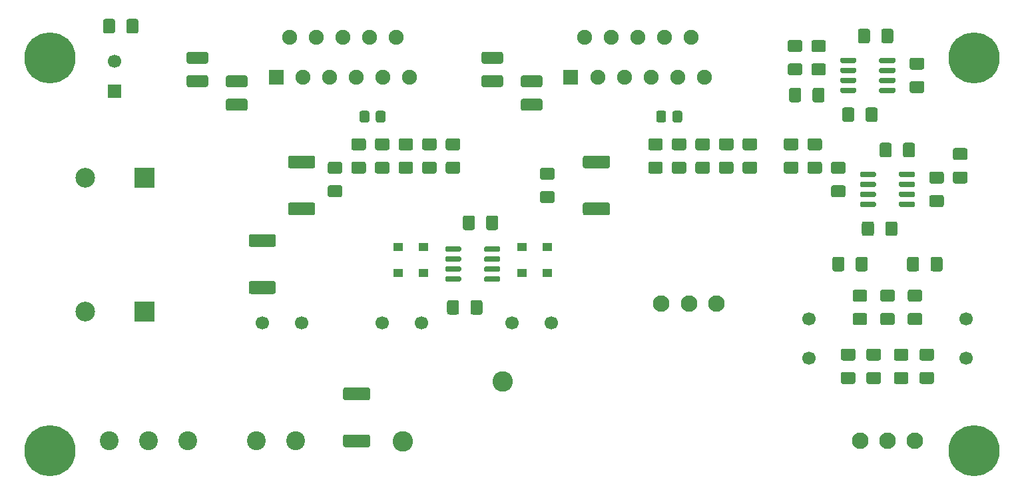
<source format=gbr>
%TF.GenerationSoftware,KiCad,Pcbnew,(5.1.6-0)*%
%TF.CreationDate,2023-07-03T12:35:29-07:00*%
%TF.ProjectId,LM3886x2_inv_bal_servo,4c4d3338-3836-4783-925f-696e765f6261,rev?*%
%TF.SameCoordinates,Original*%
%TF.FileFunction,Soldermask,Top*%
%TF.FilePolarity,Negative*%
%FSLAX46Y46*%
G04 Gerber Fmt 4.6, Leading zero omitted, Abs format (unit mm)*
G04 Created by KiCad (PCBNEW (5.1.6-0)) date 2023-07-03 12:35:29*
%MOMM*%
%LPD*%
G01*
G04 APERTURE LIST*
%ADD10C,0.900000*%
%ADD11C,6.500000*%
%ADD12O,1.900000X1.900000*%
%ADD13R,1.900000X1.900000*%
%ADD14C,2.600000*%
%ADD15C,2.100000*%
%ADD16C,2.400000*%
%ADD17R,1.300000X1.000000*%
%ADD18C,1.700000*%
%ADD19R,1.700000X1.700000*%
%ADD20C,2.500000*%
%ADD21R,2.500000X2.500000*%
G04 APERTURE END LIST*
D10*
%TO.C,H4*%
X180447056Y-54552944D03*
X178750000Y-53850000D03*
X177052944Y-54552944D03*
X176350000Y-56250000D03*
X177052944Y-57947056D03*
X178750000Y-58650000D03*
X180447056Y-57947056D03*
X181150000Y-56250000D03*
D11*
X178750000Y-56250000D03*
%TD*%
D10*
%TO.C,H3*%
X62947056Y-54552944D03*
X61250000Y-53850000D03*
X59552944Y-54552944D03*
X58850000Y-56250000D03*
X59552944Y-57947056D03*
X61250000Y-58650000D03*
X62947056Y-57947056D03*
X63650000Y-56250000D03*
D11*
X61250000Y-56250000D03*
%TD*%
D10*
%TO.C,H2*%
X180447056Y-104552944D03*
X178750000Y-103850000D03*
X177052944Y-104552944D03*
X176350000Y-106250000D03*
X177052944Y-107947056D03*
X178750000Y-108650000D03*
X180447056Y-107947056D03*
X181150000Y-106250000D03*
D11*
X178750000Y-106250000D03*
%TD*%
D10*
%TO.C,H1*%
X62947056Y-104552944D03*
X61250000Y-103850000D03*
X59552944Y-104552944D03*
X58850000Y-106250000D03*
X59552944Y-107947056D03*
X61250000Y-108650000D03*
X62947056Y-107947056D03*
X63650000Y-106250000D03*
D11*
X61250000Y-106250000D03*
%TD*%
%TO.C,R3*%
G36*
G01*
X173225000Y-83157456D02*
X173225000Y-81842544D01*
G75*
G02*
X173492544Y-81575000I267544J0D01*
G01*
X174482456Y-81575000D01*
G75*
G02*
X174750000Y-81842544I0J-267544D01*
G01*
X174750000Y-83157456D01*
G75*
G02*
X174482456Y-83425000I-267544J0D01*
G01*
X173492544Y-83425000D01*
G75*
G02*
X173225000Y-83157456I0J267544D01*
G01*
G37*
G36*
G01*
X170250000Y-83157456D02*
X170250000Y-81842544D01*
G75*
G02*
X170517544Y-81575000I267544J0D01*
G01*
X171507456Y-81575000D01*
G75*
G02*
X171775000Y-81842544I0J-267544D01*
G01*
X171775000Y-83157456D01*
G75*
G02*
X171507456Y-83425000I-267544J0D01*
G01*
X170517544Y-83425000D01*
G75*
G02*
X170250000Y-83157456I0J267544D01*
G01*
G37*
%TD*%
%TO.C,DNP4*%
G36*
G01*
X101157456Y-68025000D02*
X99842544Y-68025000D01*
G75*
G02*
X99575000Y-67757456I0J267544D01*
G01*
X99575000Y-66767544D01*
G75*
G02*
X99842544Y-66500000I267544J0D01*
G01*
X101157456Y-66500000D01*
G75*
G02*
X101425000Y-66767544I0J-267544D01*
G01*
X101425000Y-67757456D01*
G75*
G02*
X101157456Y-68025000I-267544J0D01*
G01*
G37*
G36*
G01*
X101157456Y-71000000D02*
X99842544Y-71000000D01*
G75*
G02*
X99575000Y-70732456I0J267544D01*
G01*
X99575000Y-69742544D01*
G75*
G02*
X99842544Y-69475000I267544J0D01*
G01*
X101157456Y-69475000D01*
G75*
G02*
X101425000Y-69742544I0J-267544D01*
G01*
X101425000Y-70732456D01*
G75*
G02*
X101157456Y-71000000I-267544J0D01*
G01*
G37*
%TD*%
%TO.C,DNP3*%
G36*
G01*
X138907456Y-68025000D02*
X137592544Y-68025000D01*
G75*
G02*
X137325000Y-67757456I0J267544D01*
G01*
X137325000Y-66767544D01*
G75*
G02*
X137592544Y-66500000I267544J0D01*
G01*
X138907456Y-66500000D01*
G75*
G02*
X139175000Y-66767544I0J-267544D01*
G01*
X139175000Y-67757456D01*
G75*
G02*
X138907456Y-68025000I-267544J0D01*
G01*
G37*
G36*
G01*
X138907456Y-71000000D02*
X137592544Y-71000000D01*
G75*
G02*
X137325000Y-70732456I0J267544D01*
G01*
X137325000Y-69742544D01*
G75*
G02*
X137592544Y-69475000I267544J0D01*
G01*
X138907456Y-69475000D01*
G75*
G02*
X139175000Y-69742544I0J-267544D01*
G01*
X139175000Y-70732456D01*
G75*
G02*
X138907456Y-71000000I-267544J0D01*
G01*
G37*
%TD*%
%TO.C,DNP2*%
G36*
G01*
X102675000Y-64228262D02*
X102675000Y-63271738D01*
G75*
G02*
X102946738Y-63000000I271738J0D01*
G01*
X103653262Y-63000000D01*
G75*
G02*
X103925000Y-63271738I0J-271738D01*
G01*
X103925000Y-64228262D01*
G75*
G02*
X103653262Y-64500000I-271738J0D01*
G01*
X102946738Y-64500000D01*
G75*
G02*
X102675000Y-64228262I0J271738D01*
G01*
G37*
G36*
G01*
X100625000Y-64228262D02*
X100625000Y-63271738D01*
G75*
G02*
X100896738Y-63000000I271738J0D01*
G01*
X101603262Y-63000000D01*
G75*
G02*
X101875000Y-63271738I0J-271738D01*
G01*
X101875000Y-64228262D01*
G75*
G02*
X101603262Y-64500000I-271738J0D01*
G01*
X100896738Y-64500000D01*
G75*
G02*
X100625000Y-64228262I0J271738D01*
G01*
G37*
%TD*%
%TO.C,DNP1*%
G36*
G01*
X140400000Y-64228262D02*
X140400000Y-63271738D01*
G75*
G02*
X140671738Y-63000000I271738J0D01*
G01*
X141378262Y-63000000D01*
G75*
G02*
X141650000Y-63271738I0J-271738D01*
G01*
X141650000Y-64228262D01*
G75*
G02*
X141378262Y-64500000I-271738J0D01*
G01*
X140671738Y-64500000D01*
G75*
G02*
X140400000Y-64228262I0J271738D01*
G01*
G37*
G36*
G01*
X138350000Y-64228262D02*
X138350000Y-63271738D01*
G75*
G02*
X138621738Y-63000000I271738J0D01*
G01*
X139328262Y-63000000D01*
G75*
G02*
X139600000Y-63271738I0J-271738D01*
G01*
X139600000Y-64228262D01*
G75*
G02*
X139328262Y-64500000I-271738J0D01*
G01*
X138621738Y-64500000D01*
G75*
G02*
X138350000Y-64228262I0J271738D01*
G01*
G37*
%TD*%
D12*
%TO.C,U5*%
X107000000Y-58750000D03*
X105300000Y-53670000D03*
X103600000Y-58750000D03*
X101900000Y-53670000D03*
X100200000Y-58750000D03*
X98500000Y-53670000D03*
X96800000Y-58750000D03*
X95100000Y-53670000D03*
X93400000Y-58750000D03*
X91700000Y-53670000D03*
D13*
X90000000Y-58750000D03*
%TD*%
D12*
%TO.C,U4*%
X144500000Y-58750000D03*
X142800000Y-53670000D03*
X141100000Y-58750000D03*
X139400000Y-53670000D03*
X137700000Y-58750000D03*
X136000000Y-53670000D03*
X134300000Y-58750000D03*
X132600000Y-53670000D03*
X130900000Y-58750000D03*
X129200000Y-53670000D03*
D13*
X127500000Y-58750000D03*
%TD*%
%TO.C,U3*%
G36*
G01*
X113550000Y-84230000D02*
X113550000Y-84580000D01*
G75*
G02*
X113375000Y-84755000I-175000J0D01*
G01*
X111675000Y-84755000D01*
G75*
G02*
X111500000Y-84580000I0J175000D01*
G01*
X111500000Y-84230000D01*
G75*
G02*
X111675000Y-84055000I175000J0D01*
G01*
X113375000Y-84055000D01*
G75*
G02*
X113550000Y-84230000I0J-175000D01*
G01*
G37*
G36*
G01*
X113550000Y-82960000D02*
X113550000Y-83310000D01*
G75*
G02*
X113375000Y-83485000I-175000J0D01*
G01*
X111675000Y-83485000D01*
G75*
G02*
X111500000Y-83310000I0J175000D01*
G01*
X111500000Y-82960000D01*
G75*
G02*
X111675000Y-82785000I175000J0D01*
G01*
X113375000Y-82785000D01*
G75*
G02*
X113550000Y-82960000I0J-175000D01*
G01*
G37*
G36*
G01*
X113550000Y-81690000D02*
X113550000Y-82040000D01*
G75*
G02*
X113375000Y-82215000I-175000J0D01*
G01*
X111675000Y-82215000D01*
G75*
G02*
X111500000Y-82040000I0J175000D01*
G01*
X111500000Y-81690000D01*
G75*
G02*
X111675000Y-81515000I175000J0D01*
G01*
X113375000Y-81515000D01*
G75*
G02*
X113550000Y-81690000I0J-175000D01*
G01*
G37*
G36*
G01*
X113550000Y-80420000D02*
X113550000Y-80770000D01*
G75*
G02*
X113375000Y-80945000I-175000J0D01*
G01*
X111675000Y-80945000D01*
G75*
G02*
X111500000Y-80770000I0J175000D01*
G01*
X111500000Y-80420000D01*
G75*
G02*
X111675000Y-80245000I175000J0D01*
G01*
X113375000Y-80245000D01*
G75*
G02*
X113550000Y-80420000I0J-175000D01*
G01*
G37*
G36*
G01*
X118500000Y-80420000D02*
X118500000Y-80770000D01*
G75*
G02*
X118325000Y-80945000I-175000J0D01*
G01*
X116625000Y-80945000D01*
G75*
G02*
X116450000Y-80770000I0J175000D01*
G01*
X116450000Y-80420000D01*
G75*
G02*
X116625000Y-80245000I175000J0D01*
G01*
X118325000Y-80245000D01*
G75*
G02*
X118500000Y-80420000I0J-175000D01*
G01*
G37*
G36*
G01*
X118500000Y-81690000D02*
X118500000Y-82040000D01*
G75*
G02*
X118325000Y-82215000I-175000J0D01*
G01*
X116625000Y-82215000D01*
G75*
G02*
X116450000Y-82040000I0J175000D01*
G01*
X116450000Y-81690000D01*
G75*
G02*
X116625000Y-81515000I175000J0D01*
G01*
X118325000Y-81515000D01*
G75*
G02*
X118500000Y-81690000I0J-175000D01*
G01*
G37*
G36*
G01*
X118500000Y-82960000D02*
X118500000Y-83310000D01*
G75*
G02*
X118325000Y-83485000I-175000J0D01*
G01*
X116625000Y-83485000D01*
G75*
G02*
X116450000Y-83310000I0J175000D01*
G01*
X116450000Y-82960000D01*
G75*
G02*
X116625000Y-82785000I175000J0D01*
G01*
X118325000Y-82785000D01*
G75*
G02*
X118500000Y-82960000I0J-175000D01*
G01*
G37*
G36*
G01*
X118500000Y-84230000D02*
X118500000Y-84580000D01*
G75*
G02*
X118325000Y-84755000I-175000J0D01*
G01*
X116625000Y-84755000D01*
G75*
G02*
X116450000Y-84580000I0J175000D01*
G01*
X116450000Y-84230000D01*
G75*
G02*
X116625000Y-84055000I175000J0D01*
G01*
X118325000Y-84055000D01*
G75*
G02*
X118500000Y-84230000I0J-175000D01*
G01*
G37*
%TD*%
%TO.C,U2*%
G36*
G01*
X166700000Y-56770000D02*
X166700000Y-56420000D01*
G75*
G02*
X166875000Y-56245000I175000J0D01*
G01*
X168575000Y-56245000D01*
G75*
G02*
X168750000Y-56420000I0J-175000D01*
G01*
X168750000Y-56770000D01*
G75*
G02*
X168575000Y-56945000I-175000J0D01*
G01*
X166875000Y-56945000D01*
G75*
G02*
X166700000Y-56770000I0J175000D01*
G01*
G37*
G36*
G01*
X166700000Y-58040000D02*
X166700000Y-57690000D01*
G75*
G02*
X166875000Y-57515000I175000J0D01*
G01*
X168575000Y-57515000D01*
G75*
G02*
X168750000Y-57690000I0J-175000D01*
G01*
X168750000Y-58040000D01*
G75*
G02*
X168575000Y-58215000I-175000J0D01*
G01*
X166875000Y-58215000D01*
G75*
G02*
X166700000Y-58040000I0J175000D01*
G01*
G37*
G36*
G01*
X166700000Y-59310000D02*
X166700000Y-58960000D01*
G75*
G02*
X166875000Y-58785000I175000J0D01*
G01*
X168575000Y-58785000D01*
G75*
G02*
X168750000Y-58960000I0J-175000D01*
G01*
X168750000Y-59310000D01*
G75*
G02*
X168575000Y-59485000I-175000J0D01*
G01*
X166875000Y-59485000D01*
G75*
G02*
X166700000Y-59310000I0J175000D01*
G01*
G37*
G36*
G01*
X166700000Y-60580000D02*
X166700000Y-60230000D01*
G75*
G02*
X166875000Y-60055000I175000J0D01*
G01*
X168575000Y-60055000D01*
G75*
G02*
X168750000Y-60230000I0J-175000D01*
G01*
X168750000Y-60580000D01*
G75*
G02*
X168575000Y-60755000I-175000J0D01*
G01*
X166875000Y-60755000D01*
G75*
G02*
X166700000Y-60580000I0J175000D01*
G01*
G37*
G36*
G01*
X161750000Y-60580000D02*
X161750000Y-60230000D01*
G75*
G02*
X161925000Y-60055000I175000J0D01*
G01*
X163625000Y-60055000D01*
G75*
G02*
X163800000Y-60230000I0J-175000D01*
G01*
X163800000Y-60580000D01*
G75*
G02*
X163625000Y-60755000I-175000J0D01*
G01*
X161925000Y-60755000D01*
G75*
G02*
X161750000Y-60580000I0J175000D01*
G01*
G37*
G36*
G01*
X161750000Y-59310000D02*
X161750000Y-58960000D01*
G75*
G02*
X161925000Y-58785000I175000J0D01*
G01*
X163625000Y-58785000D01*
G75*
G02*
X163800000Y-58960000I0J-175000D01*
G01*
X163800000Y-59310000D01*
G75*
G02*
X163625000Y-59485000I-175000J0D01*
G01*
X161925000Y-59485000D01*
G75*
G02*
X161750000Y-59310000I0J175000D01*
G01*
G37*
G36*
G01*
X161750000Y-58040000D02*
X161750000Y-57690000D01*
G75*
G02*
X161925000Y-57515000I175000J0D01*
G01*
X163625000Y-57515000D01*
G75*
G02*
X163800000Y-57690000I0J-175000D01*
G01*
X163800000Y-58040000D01*
G75*
G02*
X163625000Y-58215000I-175000J0D01*
G01*
X161925000Y-58215000D01*
G75*
G02*
X161750000Y-58040000I0J175000D01*
G01*
G37*
G36*
G01*
X161750000Y-56770000D02*
X161750000Y-56420000D01*
G75*
G02*
X161925000Y-56245000I175000J0D01*
G01*
X163625000Y-56245000D01*
G75*
G02*
X163800000Y-56420000I0J-175000D01*
G01*
X163800000Y-56770000D01*
G75*
G02*
X163625000Y-56945000I-175000J0D01*
G01*
X161925000Y-56945000D01*
G75*
G02*
X161750000Y-56770000I0J175000D01*
G01*
G37*
%TD*%
%TO.C,U1*%
G36*
G01*
X169200000Y-71270000D02*
X169200000Y-70920000D01*
G75*
G02*
X169375000Y-70745000I175000J0D01*
G01*
X171075000Y-70745000D01*
G75*
G02*
X171250000Y-70920000I0J-175000D01*
G01*
X171250000Y-71270000D01*
G75*
G02*
X171075000Y-71445000I-175000J0D01*
G01*
X169375000Y-71445000D01*
G75*
G02*
X169200000Y-71270000I0J175000D01*
G01*
G37*
G36*
G01*
X169200000Y-72540000D02*
X169200000Y-72190000D01*
G75*
G02*
X169375000Y-72015000I175000J0D01*
G01*
X171075000Y-72015000D01*
G75*
G02*
X171250000Y-72190000I0J-175000D01*
G01*
X171250000Y-72540000D01*
G75*
G02*
X171075000Y-72715000I-175000J0D01*
G01*
X169375000Y-72715000D01*
G75*
G02*
X169200000Y-72540000I0J175000D01*
G01*
G37*
G36*
G01*
X169200000Y-73810000D02*
X169200000Y-73460000D01*
G75*
G02*
X169375000Y-73285000I175000J0D01*
G01*
X171075000Y-73285000D01*
G75*
G02*
X171250000Y-73460000I0J-175000D01*
G01*
X171250000Y-73810000D01*
G75*
G02*
X171075000Y-73985000I-175000J0D01*
G01*
X169375000Y-73985000D01*
G75*
G02*
X169200000Y-73810000I0J175000D01*
G01*
G37*
G36*
G01*
X169200000Y-75080000D02*
X169200000Y-74730000D01*
G75*
G02*
X169375000Y-74555000I175000J0D01*
G01*
X171075000Y-74555000D01*
G75*
G02*
X171250000Y-74730000I0J-175000D01*
G01*
X171250000Y-75080000D01*
G75*
G02*
X171075000Y-75255000I-175000J0D01*
G01*
X169375000Y-75255000D01*
G75*
G02*
X169200000Y-75080000I0J175000D01*
G01*
G37*
G36*
G01*
X164250000Y-75080000D02*
X164250000Y-74730000D01*
G75*
G02*
X164425000Y-74555000I175000J0D01*
G01*
X166125000Y-74555000D01*
G75*
G02*
X166300000Y-74730000I0J-175000D01*
G01*
X166300000Y-75080000D01*
G75*
G02*
X166125000Y-75255000I-175000J0D01*
G01*
X164425000Y-75255000D01*
G75*
G02*
X164250000Y-75080000I0J175000D01*
G01*
G37*
G36*
G01*
X164250000Y-73810000D02*
X164250000Y-73460000D01*
G75*
G02*
X164425000Y-73285000I175000J0D01*
G01*
X166125000Y-73285000D01*
G75*
G02*
X166300000Y-73460000I0J-175000D01*
G01*
X166300000Y-73810000D01*
G75*
G02*
X166125000Y-73985000I-175000J0D01*
G01*
X164425000Y-73985000D01*
G75*
G02*
X164250000Y-73810000I0J175000D01*
G01*
G37*
G36*
G01*
X164250000Y-72540000D02*
X164250000Y-72190000D01*
G75*
G02*
X164425000Y-72015000I175000J0D01*
G01*
X166125000Y-72015000D01*
G75*
G02*
X166300000Y-72190000I0J-175000D01*
G01*
X166300000Y-72540000D01*
G75*
G02*
X166125000Y-72715000I-175000J0D01*
G01*
X164425000Y-72715000D01*
G75*
G02*
X164250000Y-72540000I0J175000D01*
G01*
G37*
G36*
G01*
X164250000Y-71270000D02*
X164250000Y-70920000D01*
G75*
G02*
X164425000Y-70745000I175000J0D01*
G01*
X166125000Y-70745000D01*
G75*
G02*
X166300000Y-70920000I0J-175000D01*
G01*
X166300000Y-71270000D01*
G75*
G02*
X166125000Y-71445000I-175000J0D01*
G01*
X164425000Y-71445000D01*
G75*
G02*
X164250000Y-71270000I0J175000D01*
G01*
G37*
%TD*%
%TO.C,R32*%
G36*
G01*
X101708608Y-99825000D02*
X98791392Y-99825000D01*
G75*
G02*
X98525000Y-99558608I0J266392D01*
G01*
X98525000Y-98466392D01*
G75*
G02*
X98791392Y-98200000I266392J0D01*
G01*
X101708608Y-98200000D01*
G75*
G02*
X101975000Y-98466392I0J-266392D01*
G01*
X101975000Y-99558608D01*
G75*
G02*
X101708608Y-99825000I-266392J0D01*
G01*
G37*
G36*
G01*
X101708608Y-105800000D02*
X98791392Y-105800000D01*
G75*
G02*
X98525000Y-105533608I0J266392D01*
G01*
X98525000Y-104441392D01*
G75*
G02*
X98791392Y-104175000I266392J0D01*
G01*
X101708608Y-104175000D01*
G75*
G02*
X101975000Y-104441392I0J-266392D01*
G01*
X101975000Y-105533608D01*
G75*
G02*
X101708608Y-105800000I-266392J0D01*
G01*
G37*
%TD*%
%TO.C,R31*%
G36*
G01*
X89708608Y-80325000D02*
X86791392Y-80325000D01*
G75*
G02*
X86525000Y-80058608I0J266392D01*
G01*
X86525000Y-78966392D01*
G75*
G02*
X86791392Y-78700000I266392J0D01*
G01*
X89708608Y-78700000D01*
G75*
G02*
X89975000Y-78966392I0J-266392D01*
G01*
X89975000Y-80058608D01*
G75*
G02*
X89708608Y-80325000I-266392J0D01*
G01*
G37*
G36*
G01*
X89708608Y-86300000D02*
X86791392Y-86300000D01*
G75*
G02*
X86525000Y-86033608I0J266392D01*
G01*
X86525000Y-84941392D01*
G75*
G02*
X86791392Y-84675000I266392J0D01*
G01*
X89708608Y-84675000D01*
G75*
G02*
X89975000Y-84941392I0J-266392D01*
G01*
X89975000Y-86033608D01*
G75*
G02*
X89708608Y-86300000I-266392J0D01*
G01*
G37*
%TD*%
%TO.C,R30*%
G36*
G01*
X94708608Y-70325000D02*
X91791392Y-70325000D01*
G75*
G02*
X91525000Y-70058608I0J266392D01*
G01*
X91525000Y-68966392D01*
G75*
G02*
X91791392Y-68700000I266392J0D01*
G01*
X94708608Y-68700000D01*
G75*
G02*
X94975000Y-68966392I0J-266392D01*
G01*
X94975000Y-70058608D01*
G75*
G02*
X94708608Y-70325000I-266392J0D01*
G01*
G37*
G36*
G01*
X94708608Y-76300000D02*
X91791392Y-76300000D01*
G75*
G02*
X91525000Y-76033608I0J266392D01*
G01*
X91525000Y-74941392D01*
G75*
G02*
X91791392Y-74675000I266392J0D01*
G01*
X94708608Y-74675000D01*
G75*
G02*
X94975000Y-74941392I0J-266392D01*
G01*
X94975000Y-76033608D01*
G75*
G02*
X94708608Y-76300000I-266392J0D01*
G01*
G37*
%TD*%
%TO.C,R29*%
G36*
G01*
X132208608Y-70325000D02*
X129291392Y-70325000D01*
G75*
G02*
X129025000Y-70058608I0J266392D01*
G01*
X129025000Y-68966392D01*
G75*
G02*
X129291392Y-68700000I266392J0D01*
G01*
X132208608Y-68700000D01*
G75*
G02*
X132475000Y-68966392I0J-266392D01*
G01*
X132475000Y-70058608D01*
G75*
G02*
X132208608Y-70325000I-266392J0D01*
G01*
G37*
G36*
G01*
X132208608Y-76300000D02*
X129291392Y-76300000D01*
G75*
G02*
X129025000Y-76033608I0J266392D01*
G01*
X129025000Y-74941392D01*
G75*
G02*
X129291392Y-74675000I266392J0D01*
G01*
X132208608Y-74675000D01*
G75*
G02*
X132475000Y-74941392I0J-266392D01*
G01*
X132475000Y-76033608D01*
G75*
G02*
X132208608Y-76300000I-266392J0D01*
G01*
G37*
%TD*%
%TO.C,R28*%
G36*
G01*
X98157456Y-71025000D02*
X96842544Y-71025000D01*
G75*
G02*
X96575000Y-70757456I0J267544D01*
G01*
X96575000Y-69767544D01*
G75*
G02*
X96842544Y-69500000I267544J0D01*
G01*
X98157456Y-69500000D01*
G75*
G02*
X98425000Y-69767544I0J-267544D01*
G01*
X98425000Y-70757456D01*
G75*
G02*
X98157456Y-71025000I-267544J0D01*
G01*
G37*
G36*
G01*
X98157456Y-74000000D02*
X96842544Y-74000000D01*
G75*
G02*
X96575000Y-73732456I0J267544D01*
G01*
X96575000Y-72742544D01*
G75*
G02*
X96842544Y-72475000I267544J0D01*
G01*
X98157456Y-72475000D01*
G75*
G02*
X98425000Y-72742544I0J-267544D01*
G01*
X98425000Y-73732456D01*
G75*
G02*
X98157456Y-74000000I-267544J0D01*
G01*
G37*
%TD*%
%TO.C,R27*%
G36*
G01*
X125157456Y-71775000D02*
X123842544Y-71775000D01*
G75*
G02*
X123575000Y-71507456I0J267544D01*
G01*
X123575000Y-70517544D01*
G75*
G02*
X123842544Y-70250000I267544J0D01*
G01*
X125157456Y-70250000D01*
G75*
G02*
X125425000Y-70517544I0J-267544D01*
G01*
X125425000Y-71507456D01*
G75*
G02*
X125157456Y-71775000I-267544J0D01*
G01*
G37*
G36*
G01*
X125157456Y-74750000D02*
X123842544Y-74750000D01*
G75*
G02*
X123575000Y-74482456I0J267544D01*
G01*
X123575000Y-73492544D01*
G75*
G02*
X123842544Y-73225000I267544J0D01*
G01*
X125157456Y-73225000D01*
G75*
G02*
X125425000Y-73492544I0J-267544D01*
G01*
X125425000Y-74482456D01*
G75*
G02*
X125157456Y-74750000I-267544J0D01*
G01*
G37*
%TD*%
%TO.C,R26*%
G36*
G01*
X104157456Y-68025000D02*
X102842544Y-68025000D01*
G75*
G02*
X102575000Y-67757456I0J267544D01*
G01*
X102575000Y-66767544D01*
G75*
G02*
X102842544Y-66500000I267544J0D01*
G01*
X104157456Y-66500000D01*
G75*
G02*
X104425000Y-66767544I0J-267544D01*
G01*
X104425000Y-67757456D01*
G75*
G02*
X104157456Y-68025000I-267544J0D01*
G01*
G37*
G36*
G01*
X104157456Y-71000000D02*
X102842544Y-71000000D01*
G75*
G02*
X102575000Y-70732456I0J267544D01*
G01*
X102575000Y-69742544D01*
G75*
G02*
X102842544Y-69475000I267544J0D01*
G01*
X104157456Y-69475000D01*
G75*
G02*
X104425000Y-69742544I0J-267544D01*
G01*
X104425000Y-70732456D01*
G75*
G02*
X104157456Y-71000000I-267544J0D01*
G01*
G37*
%TD*%
%TO.C,R25*%
G36*
G01*
X141907456Y-68025000D02*
X140592544Y-68025000D01*
G75*
G02*
X140325000Y-67757456I0J267544D01*
G01*
X140325000Y-66767544D01*
G75*
G02*
X140592544Y-66500000I267544J0D01*
G01*
X141907456Y-66500000D01*
G75*
G02*
X142175000Y-66767544I0J-267544D01*
G01*
X142175000Y-67757456D01*
G75*
G02*
X141907456Y-68025000I-267544J0D01*
G01*
G37*
G36*
G01*
X141907456Y-71000000D02*
X140592544Y-71000000D01*
G75*
G02*
X140325000Y-70732456I0J267544D01*
G01*
X140325000Y-69742544D01*
G75*
G02*
X140592544Y-69475000I267544J0D01*
G01*
X141907456Y-69475000D01*
G75*
G02*
X142175000Y-69742544I0J-267544D01*
G01*
X142175000Y-70732456D01*
G75*
G02*
X141907456Y-71000000I-267544J0D01*
G01*
G37*
%TD*%
%TO.C,R24*%
G36*
G01*
X69525000Y-51592544D02*
X69525000Y-52907456D01*
G75*
G02*
X69257456Y-53175000I-267544J0D01*
G01*
X68267544Y-53175000D01*
G75*
G02*
X68000000Y-52907456I0J267544D01*
G01*
X68000000Y-51592544D01*
G75*
G02*
X68267544Y-51325000I267544J0D01*
G01*
X69257456Y-51325000D01*
G75*
G02*
X69525000Y-51592544I0J-267544D01*
G01*
G37*
G36*
G01*
X72500000Y-51592544D02*
X72500000Y-52907456D01*
G75*
G02*
X72232456Y-53175000I-267544J0D01*
G01*
X71242544Y-53175000D01*
G75*
G02*
X70975000Y-52907456I0J267544D01*
G01*
X70975000Y-51592544D01*
G75*
G02*
X71242544Y-51325000I267544J0D01*
G01*
X72232456Y-51325000D01*
G75*
G02*
X72500000Y-51592544I0J-267544D01*
G01*
G37*
%TD*%
%TO.C,R23*%
G36*
G01*
X110157456Y-68025000D02*
X108842544Y-68025000D01*
G75*
G02*
X108575000Y-67757456I0J267544D01*
G01*
X108575000Y-66767544D01*
G75*
G02*
X108842544Y-66500000I267544J0D01*
G01*
X110157456Y-66500000D01*
G75*
G02*
X110425000Y-66767544I0J-267544D01*
G01*
X110425000Y-67757456D01*
G75*
G02*
X110157456Y-68025000I-267544J0D01*
G01*
G37*
G36*
G01*
X110157456Y-71000000D02*
X108842544Y-71000000D01*
G75*
G02*
X108575000Y-70732456I0J267544D01*
G01*
X108575000Y-69742544D01*
G75*
G02*
X108842544Y-69475000I267544J0D01*
G01*
X110157456Y-69475000D01*
G75*
G02*
X110425000Y-69742544I0J-267544D01*
G01*
X110425000Y-70732456D01*
G75*
G02*
X110157456Y-71000000I-267544J0D01*
G01*
G37*
%TD*%
%TO.C,R22*%
G36*
G01*
X147907456Y-68025000D02*
X146592544Y-68025000D01*
G75*
G02*
X146325000Y-67757456I0J267544D01*
G01*
X146325000Y-66767544D01*
G75*
G02*
X146592544Y-66500000I267544J0D01*
G01*
X147907456Y-66500000D01*
G75*
G02*
X148175000Y-66767544I0J-267544D01*
G01*
X148175000Y-67757456D01*
G75*
G02*
X147907456Y-68025000I-267544J0D01*
G01*
G37*
G36*
G01*
X147907456Y-71000000D02*
X146592544Y-71000000D01*
G75*
G02*
X146325000Y-70732456I0J267544D01*
G01*
X146325000Y-69742544D01*
G75*
G02*
X146592544Y-69475000I267544J0D01*
G01*
X147907456Y-69475000D01*
G75*
G02*
X148175000Y-69742544I0J-267544D01*
G01*
X148175000Y-70732456D01*
G75*
G02*
X147907456Y-71000000I-267544J0D01*
G01*
G37*
%TD*%
%TO.C,R21*%
G36*
G01*
X105842544Y-69475000D02*
X107157456Y-69475000D01*
G75*
G02*
X107425000Y-69742544I0J-267544D01*
G01*
X107425000Y-70732456D01*
G75*
G02*
X107157456Y-71000000I-267544J0D01*
G01*
X105842544Y-71000000D01*
G75*
G02*
X105575000Y-70732456I0J267544D01*
G01*
X105575000Y-69742544D01*
G75*
G02*
X105842544Y-69475000I267544J0D01*
G01*
G37*
G36*
G01*
X105842544Y-66500000D02*
X107157456Y-66500000D01*
G75*
G02*
X107425000Y-66767544I0J-267544D01*
G01*
X107425000Y-67757456D01*
G75*
G02*
X107157456Y-68025000I-267544J0D01*
G01*
X105842544Y-68025000D01*
G75*
G02*
X105575000Y-67757456I0J267544D01*
G01*
X105575000Y-66767544D01*
G75*
G02*
X105842544Y-66500000I267544J0D01*
G01*
G37*
%TD*%
%TO.C,R20*%
G36*
G01*
X143592544Y-69475000D02*
X144907456Y-69475000D01*
G75*
G02*
X145175000Y-69742544I0J-267544D01*
G01*
X145175000Y-70732456D01*
G75*
G02*
X144907456Y-71000000I-267544J0D01*
G01*
X143592544Y-71000000D01*
G75*
G02*
X143325000Y-70732456I0J267544D01*
G01*
X143325000Y-69742544D01*
G75*
G02*
X143592544Y-69475000I267544J0D01*
G01*
G37*
G36*
G01*
X143592544Y-66500000D02*
X144907456Y-66500000D01*
G75*
G02*
X145175000Y-66767544I0J-267544D01*
G01*
X145175000Y-67757456D01*
G75*
G02*
X144907456Y-68025000I-267544J0D01*
G01*
X143592544Y-68025000D01*
G75*
G02*
X143325000Y-67757456I0J267544D01*
G01*
X143325000Y-66767544D01*
G75*
G02*
X143592544Y-66500000I267544J0D01*
G01*
G37*
%TD*%
%TO.C,R19*%
G36*
G01*
X111842544Y-69475000D02*
X113157456Y-69475000D01*
G75*
G02*
X113425000Y-69742544I0J-267544D01*
G01*
X113425000Y-70732456D01*
G75*
G02*
X113157456Y-71000000I-267544J0D01*
G01*
X111842544Y-71000000D01*
G75*
G02*
X111575000Y-70732456I0J267544D01*
G01*
X111575000Y-69742544D01*
G75*
G02*
X111842544Y-69475000I267544J0D01*
G01*
G37*
G36*
G01*
X111842544Y-66500000D02*
X113157456Y-66500000D01*
G75*
G02*
X113425000Y-66767544I0J-267544D01*
G01*
X113425000Y-67757456D01*
G75*
G02*
X113157456Y-68025000I-267544J0D01*
G01*
X111842544Y-68025000D01*
G75*
G02*
X111575000Y-67757456I0J267544D01*
G01*
X111575000Y-66767544D01*
G75*
G02*
X111842544Y-66500000I267544J0D01*
G01*
G37*
%TD*%
%TO.C,R18*%
G36*
G01*
X149592544Y-69475000D02*
X150907456Y-69475000D01*
G75*
G02*
X151175000Y-69742544I0J-267544D01*
G01*
X151175000Y-70732456D01*
G75*
G02*
X150907456Y-71000000I-267544J0D01*
G01*
X149592544Y-71000000D01*
G75*
G02*
X149325000Y-70732456I0J267544D01*
G01*
X149325000Y-69742544D01*
G75*
G02*
X149592544Y-69475000I267544J0D01*
G01*
G37*
G36*
G01*
X149592544Y-66500000D02*
X150907456Y-66500000D01*
G75*
G02*
X151175000Y-66767544I0J-267544D01*
G01*
X151175000Y-67757456D01*
G75*
G02*
X150907456Y-68025000I-267544J0D01*
G01*
X149592544Y-68025000D01*
G75*
G02*
X149325000Y-67757456I0J267544D01*
G01*
X149325000Y-66767544D01*
G75*
G02*
X149592544Y-66500000I267544J0D01*
G01*
G37*
%TD*%
%TO.C,R17*%
G36*
G01*
X155342544Y-56975000D02*
X156657456Y-56975000D01*
G75*
G02*
X156925000Y-57242544I0J-267544D01*
G01*
X156925000Y-58232456D01*
G75*
G02*
X156657456Y-58500000I-267544J0D01*
G01*
X155342544Y-58500000D01*
G75*
G02*
X155075000Y-58232456I0J267544D01*
G01*
X155075000Y-57242544D01*
G75*
G02*
X155342544Y-56975000I267544J0D01*
G01*
G37*
G36*
G01*
X155342544Y-54000000D02*
X156657456Y-54000000D01*
G75*
G02*
X156925000Y-54267544I0J-267544D01*
G01*
X156925000Y-55257456D01*
G75*
G02*
X156657456Y-55525000I-267544J0D01*
G01*
X155342544Y-55525000D01*
G75*
G02*
X155075000Y-55257456I0J267544D01*
G01*
X155075000Y-54267544D01*
G75*
G02*
X155342544Y-54000000I267544J0D01*
G01*
G37*
%TD*%
%TO.C,R16*%
G36*
G01*
X156775000Y-60342544D02*
X156775000Y-61657456D01*
G75*
G02*
X156507456Y-61925000I-267544J0D01*
G01*
X155517544Y-61925000D01*
G75*
G02*
X155250000Y-61657456I0J267544D01*
G01*
X155250000Y-60342544D01*
G75*
G02*
X155517544Y-60075000I267544J0D01*
G01*
X156507456Y-60075000D01*
G75*
G02*
X156775000Y-60342544I0J-267544D01*
G01*
G37*
G36*
G01*
X159750000Y-60342544D02*
X159750000Y-61657456D01*
G75*
G02*
X159482456Y-61925000I-267544J0D01*
G01*
X158492544Y-61925000D01*
G75*
G02*
X158225000Y-61657456I0J267544D01*
G01*
X158225000Y-60342544D01*
G75*
G02*
X158492544Y-60075000I267544J0D01*
G01*
X159482456Y-60075000D01*
G75*
G02*
X159750000Y-60342544I0J-267544D01*
G01*
G37*
%TD*%
%TO.C,R15*%
G36*
G01*
X159657456Y-55525000D02*
X158342544Y-55525000D01*
G75*
G02*
X158075000Y-55257456I0J267544D01*
G01*
X158075000Y-54267544D01*
G75*
G02*
X158342544Y-54000000I267544J0D01*
G01*
X159657456Y-54000000D01*
G75*
G02*
X159925000Y-54267544I0J-267544D01*
G01*
X159925000Y-55257456D01*
G75*
G02*
X159657456Y-55525000I-267544J0D01*
G01*
G37*
G36*
G01*
X159657456Y-58500000D02*
X158342544Y-58500000D01*
G75*
G02*
X158075000Y-58232456I0J267544D01*
G01*
X158075000Y-57242544D01*
G75*
G02*
X158342544Y-56975000I267544J0D01*
G01*
X159657456Y-56975000D01*
G75*
G02*
X159925000Y-57242544I0J-267544D01*
G01*
X159925000Y-58232456D01*
G75*
G02*
X159657456Y-58500000I-267544J0D01*
G01*
G37*
%TD*%
%TO.C,R14*%
G36*
G01*
X170842544Y-59225000D02*
X172157456Y-59225000D01*
G75*
G02*
X172425000Y-59492544I0J-267544D01*
G01*
X172425000Y-60482456D01*
G75*
G02*
X172157456Y-60750000I-267544J0D01*
G01*
X170842544Y-60750000D01*
G75*
G02*
X170575000Y-60482456I0J267544D01*
G01*
X170575000Y-59492544D01*
G75*
G02*
X170842544Y-59225000I267544J0D01*
G01*
G37*
G36*
G01*
X170842544Y-56250000D02*
X172157456Y-56250000D01*
G75*
G02*
X172425000Y-56517544I0J-267544D01*
G01*
X172425000Y-57507456D01*
G75*
G02*
X172157456Y-57775000I-267544J0D01*
G01*
X170842544Y-57775000D01*
G75*
G02*
X170575000Y-57507456I0J267544D01*
G01*
X170575000Y-56517544D01*
G75*
G02*
X170842544Y-56250000I267544J0D01*
G01*
G37*
%TD*%
%TO.C,R13*%
G36*
G01*
X156157456Y-68025000D02*
X154842544Y-68025000D01*
G75*
G02*
X154575000Y-67757456I0J267544D01*
G01*
X154575000Y-66767544D01*
G75*
G02*
X154842544Y-66500000I267544J0D01*
G01*
X156157456Y-66500000D01*
G75*
G02*
X156425000Y-66767544I0J-267544D01*
G01*
X156425000Y-67757456D01*
G75*
G02*
X156157456Y-68025000I-267544J0D01*
G01*
G37*
G36*
G01*
X156157456Y-71000000D02*
X154842544Y-71000000D01*
G75*
G02*
X154575000Y-70732456I0J267544D01*
G01*
X154575000Y-69742544D01*
G75*
G02*
X154842544Y-69475000I267544J0D01*
G01*
X156157456Y-69475000D01*
G75*
G02*
X156425000Y-69742544I0J-267544D01*
G01*
X156425000Y-70732456D01*
G75*
G02*
X156157456Y-71000000I-267544J0D01*
G01*
G37*
%TD*%
%TO.C,R12*%
G36*
G01*
X176342544Y-70725000D02*
X177657456Y-70725000D01*
G75*
G02*
X177925000Y-70992544I0J-267544D01*
G01*
X177925000Y-71982456D01*
G75*
G02*
X177657456Y-72250000I-267544J0D01*
G01*
X176342544Y-72250000D01*
G75*
G02*
X176075000Y-71982456I0J267544D01*
G01*
X176075000Y-70992544D01*
G75*
G02*
X176342544Y-70725000I267544J0D01*
G01*
G37*
G36*
G01*
X176342544Y-67750000D02*
X177657456Y-67750000D01*
G75*
G02*
X177925000Y-68017544I0J-267544D01*
G01*
X177925000Y-69007456D01*
G75*
G02*
X177657456Y-69275000I-267544J0D01*
G01*
X176342544Y-69275000D01*
G75*
G02*
X176075000Y-69007456I0J267544D01*
G01*
X176075000Y-68017544D01*
G75*
G02*
X176342544Y-67750000I267544J0D01*
G01*
G37*
%TD*%
%TO.C,R11*%
G36*
G01*
X157842544Y-69475000D02*
X159157456Y-69475000D01*
G75*
G02*
X159425000Y-69742544I0J-267544D01*
G01*
X159425000Y-70732456D01*
G75*
G02*
X159157456Y-71000000I-267544J0D01*
G01*
X157842544Y-71000000D01*
G75*
G02*
X157575000Y-70732456I0J267544D01*
G01*
X157575000Y-69742544D01*
G75*
G02*
X157842544Y-69475000I267544J0D01*
G01*
G37*
G36*
G01*
X157842544Y-66500000D02*
X159157456Y-66500000D01*
G75*
G02*
X159425000Y-66767544I0J-267544D01*
G01*
X159425000Y-67757456D01*
G75*
G02*
X159157456Y-68025000I-267544J0D01*
G01*
X157842544Y-68025000D01*
G75*
G02*
X157575000Y-67757456I0J267544D01*
G01*
X157575000Y-66767544D01*
G75*
G02*
X157842544Y-66500000I267544J0D01*
G01*
G37*
%TD*%
%TO.C,R10*%
G36*
G01*
X173342544Y-73725000D02*
X174657456Y-73725000D01*
G75*
G02*
X174925000Y-73992544I0J-267544D01*
G01*
X174925000Y-74982456D01*
G75*
G02*
X174657456Y-75250000I-267544J0D01*
G01*
X173342544Y-75250000D01*
G75*
G02*
X173075000Y-74982456I0J267544D01*
G01*
X173075000Y-73992544D01*
G75*
G02*
X173342544Y-73725000I267544J0D01*
G01*
G37*
G36*
G01*
X173342544Y-70750000D02*
X174657456Y-70750000D01*
G75*
G02*
X174925000Y-71017544I0J-267544D01*
G01*
X174925000Y-72007456D01*
G75*
G02*
X174657456Y-72275000I-267544J0D01*
G01*
X173342544Y-72275000D01*
G75*
G02*
X173075000Y-72007456I0J267544D01*
G01*
X173075000Y-71017544D01*
G75*
G02*
X173342544Y-70750000I267544J0D01*
G01*
G37*
%TD*%
%TO.C,R9*%
G36*
G01*
X160842544Y-72475000D02*
X162157456Y-72475000D01*
G75*
G02*
X162425000Y-72742544I0J-267544D01*
G01*
X162425000Y-73732456D01*
G75*
G02*
X162157456Y-74000000I-267544J0D01*
G01*
X160842544Y-74000000D01*
G75*
G02*
X160575000Y-73732456I0J267544D01*
G01*
X160575000Y-72742544D01*
G75*
G02*
X160842544Y-72475000I267544J0D01*
G01*
G37*
G36*
G01*
X160842544Y-69500000D02*
X162157456Y-69500000D01*
G75*
G02*
X162425000Y-69767544I0J-267544D01*
G01*
X162425000Y-70757456D01*
G75*
G02*
X162157456Y-71025000I-267544J0D01*
G01*
X160842544Y-71025000D01*
G75*
G02*
X160575000Y-70757456I0J267544D01*
G01*
X160575000Y-69767544D01*
G75*
G02*
X160842544Y-69500000I267544J0D01*
G01*
G37*
%TD*%
%TO.C,R8*%
G36*
G01*
X163725000Y-83157456D02*
X163725000Y-81842544D01*
G75*
G02*
X163992544Y-81575000I267544J0D01*
G01*
X164982456Y-81575000D01*
G75*
G02*
X165250000Y-81842544I0J-267544D01*
G01*
X165250000Y-83157456D01*
G75*
G02*
X164982456Y-83425000I-267544J0D01*
G01*
X163992544Y-83425000D01*
G75*
G02*
X163725000Y-83157456I0J267544D01*
G01*
G37*
G36*
G01*
X160750000Y-83157456D02*
X160750000Y-81842544D01*
G75*
G02*
X161017544Y-81575000I267544J0D01*
G01*
X162007456Y-81575000D01*
G75*
G02*
X162275000Y-81842544I0J-267544D01*
G01*
X162275000Y-83157456D01*
G75*
G02*
X162007456Y-83425000I-267544J0D01*
G01*
X161017544Y-83425000D01*
G75*
G02*
X160750000Y-83157456I0J267544D01*
G01*
G37*
%TD*%
%TO.C,R7*%
G36*
G01*
X170592544Y-88725000D02*
X171907456Y-88725000D01*
G75*
G02*
X172175000Y-88992544I0J-267544D01*
G01*
X172175000Y-89982456D01*
G75*
G02*
X171907456Y-90250000I-267544J0D01*
G01*
X170592544Y-90250000D01*
G75*
G02*
X170325000Y-89982456I0J267544D01*
G01*
X170325000Y-88992544D01*
G75*
G02*
X170592544Y-88725000I267544J0D01*
G01*
G37*
G36*
G01*
X170592544Y-85750000D02*
X171907456Y-85750000D01*
G75*
G02*
X172175000Y-86017544I0J-267544D01*
G01*
X172175000Y-87007456D01*
G75*
G02*
X171907456Y-87275000I-267544J0D01*
G01*
X170592544Y-87275000D01*
G75*
G02*
X170325000Y-87007456I0J267544D01*
G01*
X170325000Y-86017544D01*
G75*
G02*
X170592544Y-85750000I267544J0D01*
G01*
G37*
%TD*%
%TO.C,R6*%
G36*
G01*
X164907456Y-87275000D02*
X163592544Y-87275000D01*
G75*
G02*
X163325000Y-87007456I0J267544D01*
G01*
X163325000Y-86017544D01*
G75*
G02*
X163592544Y-85750000I267544J0D01*
G01*
X164907456Y-85750000D01*
G75*
G02*
X165175000Y-86017544I0J-267544D01*
G01*
X165175000Y-87007456D01*
G75*
G02*
X164907456Y-87275000I-267544J0D01*
G01*
G37*
G36*
G01*
X164907456Y-90250000D02*
X163592544Y-90250000D01*
G75*
G02*
X163325000Y-89982456I0J267544D01*
G01*
X163325000Y-88992544D01*
G75*
G02*
X163592544Y-88725000I267544J0D01*
G01*
X164907456Y-88725000D01*
G75*
G02*
X165175000Y-88992544I0J-267544D01*
G01*
X165175000Y-89982456D01*
G75*
G02*
X164907456Y-90250000I-267544J0D01*
G01*
G37*
%TD*%
%TO.C,R5*%
G36*
G01*
X167092544Y-88725000D02*
X168407456Y-88725000D01*
G75*
G02*
X168675000Y-88992544I0J-267544D01*
G01*
X168675000Y-89982456D01*
G75*
G02*
X168407456Y-90250000I-267544J0D01*
G01*
X167092544Y-90250000D01*
G75*
G02*
X166825000Y-89982456I0J267544D01*
G01*
X166825000Y-88992544D01*
G75*
G02*
X167092544Y-88725000I267544J0D01*
G01*
G37*
G36*
G01*
X167092544Y-85750000D02*
X168407456Y-85750000D01*
G75*
G02*
X168675000Y-86017544I0J-267544D01*
G01*
X168675000Y-87007456D01*
G75*
G02*
X168407456Y-87275000I-267544J0D01*
G01*
X167092544Y-87275000D01*
G75*
G02*
X166825000Y-87007456I0J267544D01*
G01*
X166825000Y-86017544D01*
G75*
G02*
X167092544Y-85750000I267544J0D01*
G01*
G37*
%TD*%
%TO.C,R2*%
G36*
G01*
X172092544Y-96225000D02*
X173407456Y-96225000D01*
G75*
G02*
X173675000Y-96492544I0J-267544D01*
G01*
X173675000Y-97482456D01*
G75*
G02*
X173407456Y-97750000I-267544J0D01*
G01*
X172092544Y-97750000D01*
G75*
G02*
X171825000Y-97482456I0J267544D01*
G01*
X171825000Y-96492544D01*
G75*
G02*
X172092544Y-96225000I267544J0D01*
G01*
G37*
G36*
G01*
X172092544Y-93250000D02*
X173407456Y-93250000D01*
G75*
G02*
X173675000Y-93517544I0J-267544D01*
G01*
X173675000Y-94507456D01*
G75*
G02*
X173407456Y-94775000I-267544J0D01*
G01*
X172092544Y-94775000D01*
G75*
G02*
X171825000Y-94507456I0J267544D01*
G01*
X171825000Y-93517544D01*
G75*
G02*
X172092544Y-93250000I267544J0D01*
G01*
G37*
%TD*%
%TO.C,R1*%
G36*
G01*
X162092544Y-96225000D02*
X163407456Y-96225000D01*
G75*
G02*
X163675000Y-96492544I0J-267544D01*
G01*
X163675000Y-97482456D01*
G75*
G02*
X163407456Y-97750000I-267544J0D01*
G01*
X162092544Y-97750000D01*
G75*
G02*
X161825000Y-97482456I0J267544D01*
G01*
X161825000Y-96492544D01*
G75*
G02*
X162092544Y-96225000I267544J0D01*
G01*
G37*
G36*
G01*
X162092544Y-93250000D02*
X163407456Y-93250000D01*
G75*
G02*
X163675000Y-93517544I0J-267544D01*
G01*
X163675000Y-94507456D01*
G75*
G02*
X163407456Y-94775000I-267544J0D01*
G01*
X162092544Y-94775000D01*
G75*
G02*
X161825000Y-94507456I0J267544D01*
G01*
X161825000Y-93517544D01*
G75*
G02*
X162092544Y-93250000I267544J0D01*
G01*
G37*
%TD*%
D14*
%TO.C,L1*%
X106150000Y-105060000D03*
X118850000Y-97440000D03*
%TD*%
D15*
%TO.C,J4*%
X146000000Y-87500000D03*
X142500000Y-87500000D03*
X139000000Y-87500000D03*
%TD*%
D16*
%TO.C,J3*%
X78750000Y-105000000D03*
X73750000Y-105000000D03*
X68750000Y-105000000D03*
%TD*%
%TO.C,J2*%
X92500000Y-105000000D03*
X87500000Y-105000000D03*
%TD*%
D15*
%TO.C,J1*%
X171250000Y-105000000D03*
X167750000Y-105000000D03*
X164250000Y-105000000D03*
%TD*%
D17*
%TO.C,D4*%
X105500000Y-80350000D03*
X105500000Y-83650000D03*
%TD*%
%TO.C,D3*%
X121250000Y-80350000D03*
X121250000Y-83650000D03*
%TD*%
%TO.C,D2*%
X108750000Y-83650000D03*
X108750000Y-80350000D03*
%TD*%
%TO.C,D1*%
X124500000Y-83650000D03*
X124500000Y-80350000D03*
%TD*%
D18*
%TO.C,C20*%
X88250000Y-90000000D03*
X93250000Y-90000000D03*
%TD*%
%TO.C,C19*%
X108500000Y-90000000D03*
X103500000Y-90000000D03*
%TD*%
%TO.C,C18*%
X120000000Y-90000000D03*
X125000000Y-90000000D03*
%TD*%
%TO.C,C17*%
X69500000Y-56700000D03*
D19*
X69500000Y-60500000D03*
%TD*%
D18*
%TO.C,C16*%
X177750000Y-94500000D03*
X177750000Y-89500000D03*
%TD*%
%TO.C,C15*%
X157750000Y-94500000D03*
X157750000Y-89500000D03*
%TD*%
%TO.C,C14*%
G36*
G01*
X170157456Y-94775000D02*
X168842544Y-94775000D01*
G75*
G02*
X168575000Y-94507456I0J267544D01*
G01*
X168575000Y-93517544D01*
G75*
G02*
X168842544Y-93250000I267544J0D01*
G01*
X170157456Y-93250000D01*
G75*
G02*
X170425000Y-93517544I0J-267544D01*
G01*
X170425000Y-94507456D01*
G75*
G02*
X170157456Y-94775000I-267544J0D01*
G01*
G37*
G36*
G01*
X170157456Y-97750000D02*
X168842544Y-97750000D01*
G75*
G02*
X168575000Y-97482456I0J267544D01*
G01*
X168575000Y-96492544D01*
G75*
G02*
X168842544Y-96225000I267544J0D01*
G01*
X170157456Y-96225000D01*
G75*
G02*
X170425000Y-96492544I0J-267544D01*
G01*
X170425000Y-97482456D01*
G75*
G02*
X170157456Y-97750000I-267544J0D01*
G01*
G37*
%TD*%
%TO.C,C13*%
G36*
G01*
X165342544Y-96225000D02*
X166657456Y-96225000D01*
G75*
G02*
X166925000Y-96492544I0J-267544D01*
G01*
X166925000Y-97482456D01*
G75*
G02*
X166657456Y-97750000I-267544J0D01*
G01*
X165342544Y-97750000D01*
G75*
G02*
X165075000Y-97482456I0J267544D01*
G01*
X165075000Y-96492544D01*
G75*
G02*
X165342544Y-96225000I267544J0D01*
G01*
G37*
G36*
G01*
X165342544Y-93250000D02*
X166657456Y-93250000D01*
G75*
G02*
X166925000Y-93517544I0J-267544D01*
G01*
X166925000Y-94507456D01*
G75*
G02*
X166657456Y-94775000I-267544J0D01*
G01*
X165342544Y-94775000D01*
G75*
G02*
X165075000Y-94507456I0J267544D01*
G01*
X165075000Y-93517544D01*
G75*
G02*
X165342544Y-93250000I267544J0D01*
G01*
G37*
%TD*%
D20*
%TO.C,C12*%
X65750000Y-71500000D03*
D21*
X73250000Y-71500000D03*
%TD*%
D20*
%TO.C,C11*%
X65750000Y-88500000D03*
D21*
X73250000Y-88500000D03*
%TD*%
%TO.C,C10*%
G36*
G01*
X81107456Y-57025000D02*
X78892544Y-57025000D01*
G75*
G02*
X78625000Y-56757456I0J267544D01*
G01*
X78625000Y-55767544D01*
G75*
G02*
X78892544Y-55500000I267544J0D01*
G01*
X81107456Y-55500000D01*
G75*
G02*
X81375000Y-55767544I0J-267544D01*
G01*
X81375000Y-56757456D01*
G75*
G02*
X81107456Y-57025000I-267544J0D01*
G01*
G37*
G36*
G01*
X81107456Y-60000000D02*
X78892544Y-60000000D01*
G75*
G02*
X78625000Y-59732456I0J267544D01*
G01*
X78625000Y-58742544D01*
G75*
G02*
X78892544Y-58475000I267544J0D01*
G01*
X81107456Y-58475000D01*
G75*
G02*
X81375000Y-58742544I0J-267544D01*
G01*
X81375000Y-59732456D01*
G75*
G02*
X81107456Y-60000000I-267544J0D01*
G01*
G37*
%TD*%
%TO.C,C9*%
G36*
G01*
X86107456Y-60025000D02*
X83892544Y-60025000D01*
G75*
G02*
X83625000Y-59757456I0J267544D01*
G01*
X83625000Y-58767544D01*
G75*
G02*
X83892544Y-58500000I267544J0D01*
G01*
X86107456Y-58500000D01*
G75*
G02*
X86375000Y-58767544I0J-267544D01*
G01*
X86375000Y-59757456D01*
G75*
G02*
X86107456Y-60025000I-267544J0D01*
G01*
G37*
G36*
G01*
X86107456Y-63000000D02*
X83892544Y-63000000D01*
G75*
G02*
X83625000Y-62732456I0J267544D01*
G01*
X83625000Y-61742544D01*
G75*
G02*
X83892544Y-61475000I267544J0D01*
G01*
X86107456Y-61475000D01*
G75*
G02*
X86375000Y-61742544I0J-267544D01*
G01*
X86375000Y-62732456D01*
G75*
G02*
X86107456Y-63000000I-267544J0D01*
G01*
G37*
%TD*%
%TO.C,C8*%
G36*
G01*
X118607456Y-57025000D02*
X116392544Y-57025000D01*
G75*
G02*
X116125000Y-56757456I0J267544D01*
G01*
X116125000Y-55767544D01*
G75*
G02*
X116392544Y-55500000I267544J0D01*
G01*
X118607456Y-55500000D01*
G75*
G02*
X118875000Y-55767544I0J-267544D01*
G01*
X118875000Y-56757456D01*
G75*
G02*
X118607456Y-57025000I-267544J0D01*
G01*
G37*
G36*
G01*
X118607456Y-60000000D02*
X116392544Y-60000000D01*
G75*
G02*
X116125000Y-59732456I0J267544D01*
G01*
X116125000Y-58742544D01*
G75*
G02*
X116392544Y-58475000I267544J0D01*
G01*
X118607456Y-58475000D01*
G75*
G02*
X118875000Y-58742544I0J-267544D01*
G01*
X118875000Y-59732456D01*
G75*
G02*
X118607456Y-60000000I-267544J0D01*
G01*
G37*
%TD*%
%TO.C,C7*%
G36*
G01*
X123607456Y-60025000D02*
X121392544Y-60025000D01*
G75*
G02*
X121125000Y-59757456I0J267544D01*
G01*
X121125000Y-58767544D01*
G75*
G02*
X121392544Y-58500000I267544J0D01*
G01*
X123607456Y-58500000D01*
G75*
G02*
X123875000Y-58767544I0J-267544D01*
G01*
X123875000Y-59757456D01*
G75*
G02*
X123607456Y-60025000I-267544J0D01*
G01*
G37*
G36*
G01*
X123607456Y-63000000D02*
X121392544Y-63000000D01*
G75*
G02*
X121125000Y-62732456I0J267544D01*
G01*
X121125000Y-61742544D01*
G75*
G02*
X121392544Y-61475000I267544J0D01*
G01*
X123607456Y-61475000D01*
G75*
G02*
X123875000Y-61742544I0J-267544D01*
G01*
X123875000Y-62732456D01*
G75*
G02*
X123607456Y-63000000I-267544J0D01*
G01*
G37*
%TD*%
%TO.C,C6*%
G36*
G01*
X116725000Y-77907456D02*
X116725000Y-76592544D01*
G75*
G02*
X116992544Y-76325000I267544J0D01*
G01*
X117982456Y-76325000D01*
G75*
G02*
X118250000Y-76592544I0J-267544D01*
G01*
X118250000Y-77907456D01*
G75*
G02*
X117982456Y-78175000I-267544J0D01*
G01*
X116992544Y-78175000D01*
G75*
G02*
X116725000Y-77907456I0J267544D01*
G01*
G37*
G36*
G01*
X113750000Y-77907456D02*
X113750000Y-76592544D01*
G75*
G02*
X114017544Y-76325000I267544J0D01*
G01*
X115007456Y-76325000D01*
G75*
G02*
X115275000Y-76592544I0J-267544D01*
G01*
X115275000Y-77907456D01*
G75*
G02*
X115007456Y-78175000I-267544J0D01*
G01*
X114017544Y-78175000D01*
G75*
G02*
X113750000Y-77907456I0J267544D01*
G01*
G37*
%TD*%
%TO.C,C5*%
G36*
G01*
X114725000Y-88657456D02*
X114725000Y-87342544D01*
G75*
G02*
X114992544Y-87075000I267544J0D01*
G01*
X115982456Y-87075000D01*
G75*
G02*
X116250000Y-87342544I0J-267544D01*
G01*
X116250000Y-88657456D01*
G75*
G02*
X115982456Y-88925000I-267544J0D01*
G01*
X114992544Y-88925000D01*
G75*
G02*
X114725000Y-88657456I0J267544D01*
G01*
G37*
G36*
G01*
X111750000Y-88657456D02*
X111750000Y-87342544D01*
G75*
G02*
X112017544Y-87075000I267544J0D01*
G01*
X113007456Y-87075000D01*
G75*
G02*
X113275000Y-87342544I0J-267544D01*
G01*
X113275000Y-88657456D01*
G75*
G02*
X113007456Y-88925000I-267544J0D01*
G01*
X112017544Y-88925000D01*
G75*
G02*
X111750000Y-88657456I0J267544D01*
G01*
G37*
%TD*%
%TO.C,C4*%
G36*
G01*
X163525000Y-62842544D02*
X163525000Y-64157456D01*
G75*
G02*
X163257456Y-64425000I-267544J0D01*
G01*
X162267544Y-64425000D01*
G75*
G02*
X162000000Y-64157456I0J267544D01*
G01*
X162000000Y-62842544D01*
G75*
G02*
X162267544Y-62575000I267544J0D01*
G01*
X163257456Y-62575000D01*
G75*
G02*
X163525000Y-62842544I0J-267544D01*
G01*
G37*
G36*
G01*
X166500000Y-62842544D02*
X166500000Y-64157456D01*
G75*
G02*
X166232456Y-64425000I-267544J0D01*
G01*
X165242544Y-64425000D01*
G75*
G02*
X164975000Y-64157456I0J267544D01*
G01*
X164975000Y-62842544D01*
G75*
G02*
X165242544Y-62575000I267544J0D01*
G01*
X166232456Y-62575000D01*
G75*
G02*
X166500000Y-62842544I0J-267544D01*
G01*
G37*
%TD*%
%TO.C,C3*%
G36*
G01*
X165525000Y-52842544D02*
X165525000Y-54157456D01*
G75*
G02*
X165257456Y-54425000I-267544J0D01*
G01*
X164267544Y-54425000D01*
G75*
G02*
X164000000Y-54157456I0J267544D01*
G01*
X164000000Y-52842544D01*
G75*
G02*
X164267544Y-52575000I267544J0D01*
G01*
X165257456Y-52575000D01*
G75*
G02*
X165525000Y-52842544I0J-267544D01*
G01*
G37*
G36*
G01*
X168500000Y-52842544D02*
X168500000Y-54157456D01*
G75*
G02*
X168232456Y-54425000I-267544J0D01*
G01*
X167242544Y-54425000D01*
G75*
G02*
X166975000Y-54157456I0J267544D01*
G01*
X166975000Y-52842544D01*
G75*
G02*
X167242544Y-52575000I267544J0D01*
G01*
X168232456Y-52575000D01*
G75*
G02*
X168500000Y-52842544I0J-267544D01*
G01*
G37*
%TD*%
%TO.C,C2*%
G36*
G01*
X166025000Y-77342544D02*
X166025000Y-78657456D01*
G75*
G02*
X165757456Y-78925000I-267544J0D01*
G01*
X164767544Y-78925000D01*
G75*
G02*
X164500000Y-78657456I0J267544D01*
G01*
X164500000Y-77342544D01*
G75*
G02*
X164767544Y-77075000I267544J0D01*
G01*
X165757456Y-77075000D01*
G75*
G02*
X166025000Y-77342544I0J-267544D01*
G01*
G37*
G36*
G01*
X169000000Y-77342544D02*
X169000000Y-78657456D01*
G75*
G02*
X168732456Y-78925000I-267544J0D01*
G01*
X167742544Y-78925000D01*
G75*
G02*
X167475000Y-78657456I0J267544D01*
G01*
X167475000Y-77342544D01*
G75*
G02*
X167742544Y-77075000I267544J0D01*
G01*
X168732456Y-77075000D01*
G75*
G02*
X169000000Y-77342544I0J-267544D01*
G01*
G37*
%TD*%
%TO.C,C1*%
G36*
G01*
X168275000Y-67342544D02*
X168275000Y-68657456D01*
G75*
G02*
X168007456Y-68925000I-267544J0D01*
G01*
X167017544Y-68925000D01*
G75*
G02*
X166750000Y-68657456I0J267544D01*
G01*
X166750000Y-67342544D01*
G75*
G02*
X167017544Y-67075000I267544J0D01*
G01*
X168007456Y-67075000D01*
G75*
G02*
X168275000Y-67342544I0J-267544D01*
G01*
G37*
G36*
G01*
X171250000Y-67342544D02*
X171250000Y-68657456D01*
G75*
G02*
X170982456Y-68925000I-267544J0D01*
G01*
X169992544Y-68925000D01*
G75*
G02*
X169725000Y-68657456I0J267544D01*
G01*
X169725000Y-67342544D01*
G75*
G02*
X169992544Y-67075000I267544J0D01*
G01*
X170982456Y-67075000D01*
G75*
G02*
X171250000Y-67342544I0J-267544D01*
G01*
G37*
%TD*%
M02*

</source>
